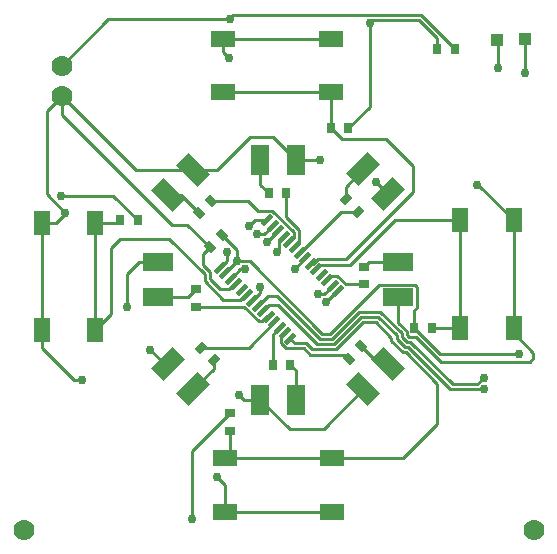
<source format=gtl>
G04*
G04 #@! TF.GenerationSoftware,Altium Limited,Altium Designer,18.1.9 (240)*
G04*
G04 Layer_Physical_Order=1*
G04 Layer_Color=255*
%FSLAX24Y24*%
%MOIN*%
G70*
G01*
G75*
%ADD10C,0.0100*%
G04:AMPARAMS|DCode=21|XSize=27mil|YSize=35mil|CornerRadius=0mil|HoleSize=0mil|Usage=FLASHONLY|Rotation=225.000|XOffset=0mil|YOffset=0mil|HoleType=Round|Shape=Rectangle|*
%AMROTATEDRECTD21*
4,1,4,-0.0028,0.0219,0.0219,-0.0028,0.0028,-0.0219,-0.0219,0.0028,-0.0028,0.0219,0.0*
%
%ADD21ROTATEDRECTD21*%

%ADD22R,0.0270X0.0350*%
%ADD23R,0.0830X0.0550*%
G04:AMPARAMS|DCode=24|XSize=15.7mil|YSize=43.3mil|CornerRadius=0mil|HoleSize=0mil|Usage=FLASHONLY|Rotation=315.000|XOffset=0mil|YOffset=0mil|HoleType=Round|Shape=Rectangle|*
%AMROTATEDRECTD24*
4,1,4,-0.0209,-0.0097,0.0097,0.0209,0.0209,0.0097,-0.0097,-0.0209,-0.0209,-0.0097,0.0*
%
%ADD24ROTATEDRECTD24*%

%ADD25R,0.0550X0.0830*%
%ADD26R,0.0350X0.0270*%
G04:AMPARAMS|DCode=27|XSize=102mil|YSize=59mil|CornerRadius=0mil|HoleSize=0mil|Usage=FLASHONLY|Rotation=315.000|XOffset=0mil|YOffset=0mil|HoleType=Round|Shape=Rectangle|*
%AMROTATEDRECTD27*
4,1,4,-0.0569,0.0152,-0.0152,0.0569,0.0569,-0.0152,0.0152,-0.0569,-0.0569,0.0152,0.0*
%
%ADD27ROTATEDRECTD27*%

%ADD28R,0.1020X0.0590*%
G04:AMPARAMS|DCode=29|XSize=102mil|YSize=59mil|CornerRadius=0mil|HoleSize=0mil|Usage=FLASHONLY|Rotation=45.000|XOffset=0mil|YOffset=0mil|HoleType=Round|Shape=Rectangle|*
%AMROTATEDRECTD29*
4,1,4,-0.0152,-0.0569,-0.0569,-0.0152,0.0152,0.0569,0.0569,0.0152,-0.0152,-0.0569,0.0*
%
%ADD29ROTATEDRECTD29*%

G04:AMPARAMS|DCode=30|XSize=27mil|YSize=35mil|CornerRadius=0mil|HoleSize=0mil|Usage=FLASHONLY|Rotation=315.000|XOffset=0mil|YOffset=0mil|HoleType=Round|Shape=Rectangle|*
%AMROTATEDRECTD30*
4,1,4,-0.0219,-0.0028,0.0028,0.0219,0.0219,0.0028,-0.0028,-0.0219,-0.0219,-0.0028,0.0*
%
%ADD30ROTATEDRECTD30*%

%ADD31R,0.0590X0.1020*%
%ADD32R,0.0400X0.0400*%
%ADD33R,0.0400X0.0400*%
%ADD34C,0.0700*%
%ADD35C,0.0300*%
D10*
X1310Y-610D02*
X1523D01*
X2371Y351D02*
X3860Y1840D01*
X1941Y-11D02*
X2230Y-300D01*
X1760Y-11D02*
X1941D01*
X1398Y351D02*
X2371D01*
X2240Y532D02*
X4490Y2782D01*
X1298Y532D02*
X2240D01*
X-356Y-680D02*
X-60D01*
X-698Y-1022D02*
X-356Y-680D01*
X-970Y470D02*
X1450Y-1950D01*
X-60Y-680D02*
X1380Y-2120D01*
X-314Y-1000D02*
X-30D01*
X-517Y-1203D02*
X-314Y-1000D01*
X-1122Y198D02*
X-1120Y200D01*
X-30Y-1000D02*
X1270Y-2300D01*
X-620Y-582D02*
Y-410D01*
X-879Y-841D02*
X-620Y-582D01*
X-630Y-400D02*
X-620Y-410D01*
X1523Y-610D02*
X1793Y-340D01*
X-990Y1640D02*
Y1650D01*
X-390Y1100D02*
X-386D01*
X-1740Y790D02*
X-1730Y780D01*
Y480D02*
Y780D01*
X-720Y1370D02*
X-478D01*
X-70Y790D02*
X17Y877D01*
X2100Y4550D02*
X3580D01*
X1740Y4910D02*
X2100Y4550D01*
X-7220Y5350D02*
Y5990D01*
Y5350D02*
X-3560Y1690D01*
X-3050D01*
X-2300Y940D01*
X-2525Y715D02*
X-2300Y940D01*
X-2525Y335D02*
Y715D01*
Y335D02*
X-2294Y104D01*
X-1503Y-298D02*
X-1422D01*
X-1651Y-446D02*
X-1503Y-298D01*
X-1974Y-446D02*
X-1651D01*
X-2294Y-126D02*
X-1974Y-446D01*
X-2294Y-126D02*
Y104D01*
X-1380Y468D02*
Y840D01*
X-1890Y1350D02*
X-1380Y840D01*
X-7740Y5470D02*
X-7220Y5990D01*
X-7740Y2700D02*
Y5470D01*
Y2700D02*
X-7120Y2080D01*
X-7895Y1760D02*
X-7420D01*
X-1853Y-808D02*
X-1289D01*
X-2464Y-197D02*
X-1853Y-808D01*
X-2464Y-197D02*
Y34D01*
X-3650Y1220D02*
X-2464Y34D01*
X570Y3840D02*
X580Y3850D01*
X1370D01*
X3230Y3100D02*
X3240D01*
X3640Y2700D01*
X6610Y3020D02*
X6645D01*
X7825Y1840D01*
X-5060Y-1040D02*
Y40D01*
X-4650Y450D01*
X-6840Y-3480D02*
X-6560D01*
X-7895Y-2425D02*
X-6840Y-3480D01*
X-4290Y-2480D02*
X-3800Y-2970D01*
X-3690D01*
X-1310Y-4000D02*
X-1170Y-4140D01*
X-610D01*
X-2050Y-6730D02*
X-1790Y-6990D01*
Y-7875D02*
Y-6990D01*
X2200Y-2640D02*
X2335Y-2775D01*
X1030Y-2640D02*
X2200D01*
X826Y-2436D02*
X1030Y-2640D01*
X7825Y-1925D02*
Y-1740D01*
Y-1925D02*
X8480Y-2580D01*
Y-2770D02*
Y-2580D01*
X8360Y-2890D02*
X8480Y-2770D01*
X1790Y-6105D02*
X4125D01*
X5290Y-4940D01*
Y-3610D01*
X4235Y-2555D02*
X5290Y-3610D01*
X240Y-2436D02*
X826D01*
X-7895Y-2425D02*
Y-1820D01*
X-4650Y450D02*
X-4020D01*
X-5290Y1220D02*
X-3650D01*
X-5590Y920D02*
X-5290Y1220D01*
X-5590Y-1285D02*
Y920D01*
X-6125Y-1820D02*
X-5590Y-1285D01*
X-7220Y5990D02*
X-4750Y3520D01*
X-5510Y2660D02*
X-4700Y1850D01*
X-7270Y2660D02*
X-5510D01*
X-200Y4610D02*
X570Y3840D01*
X-970Y4610D02*
X-200D01*
X-2060Y3520D02*
X-970Y4610D01*
X-2860Y3520D02*
X-2060D01*
X3580Y4550D02*
X4490Y3640D01*
Y2782D02*
Y3640D01*
X-1965Y245D02*
X-1730Y480D01*
X59Y-2075D02*
X207Y-1927D01*
X59Y-2255D02*
Y-2075D01*
X346Y1108D02*
X494Y1256D01*
Y1436D01*
X527Y927D02*
X675Y1075D01*
Y1495D01*
X1070Y384D02*
X1151D01*
X1298Y532D01*
X1251Y203D02*
X1398Y351D01*
X1613Y-159D02*
X1760Y-11D01*
X-5680Y8530D02*
X-1620D01*
X-7220Y6990D02*
X-5680Y8530D01*
X-7120Y2060D02*
Y2080D01*
X-7420Y1760D02*
X-7120Y2060D01*
X-1380Y468D02*
X-1378Y470D01*
X-970D01*
X1450Y-1950D02*
X1700D01*
X3335Y-315D01*
X4540D01*
X4610Y-385D01*
Y-1075D02*
Y-385D01*
X4520Y-1165D02*
X4610Y-1075D01*
X4520Y-1750D02*
Y-1165D01*
X-7895Y-1820D02*
Y1760D01*
X5420Y-2890D02*
X8360D01*
X4575Y-2045D02*
X5420Y-2890D01*
X4335Y-2045D02*
X4575D01*
X4265Y-1975D02*
X4335Y-2045D01*
X4265Y-1975D02*
Y-1864D01*
X3980Y-1579D02*
X4265Y-1864D01*
X3980Y-1579D02*
Y-730D01*
X4376Y-2215D02*
X5791Y-3630D01*
X3386Y-1226D02*
X4095Y-1934D01*
X4124Y-2555D02*
X4235D01*
X3755Y-2186D02*
X4124Y-2555D01*
X3755Y-2186D02*
Y-2075D01*
X3246Y-1566D02*
X3755Y-2075D01*
X4305Y-2385D02*
X5720Y-3800D01*
X4194Y-2385D02*
X4305D01*
X3925Y-2116D02*
X4194Y-2385D01*
X3925Y-2116D02*
Y-2005D01*
X3316Y-1396D02*
X3925Y-2005D01*
X4265Y-2215D02*
X4376D01*
X4095Y-2045D02*
X4265Y-2215D01*
X4095Y-2045D02*
Y-1934D01*
X3030Y8400D02*
X3080Y8350D01*
X3030Y8400D02*
X3140Y8510D01*
X4680D01*
X5290Y7900D01*
Y7560D02*
Y7900D01*
X-1620Y8530D02*
Y8570D01*
X-1510Y8680D01*
X4750D01*
X5870Y7560D01*
X2679Y-1226D02*
X3386D01*
X2750Y-1396D02*
X3316D01*
X2820Y-1566D02*
X3246D01*
X6828Y-3420D02*
X6830D01*
X6618Y-3630D02*
X6828Y-3420D01*
X5791Y-3630D02*
X6618D01*
X5720Y-3800D02*
X6830D01*
X7295Y7875D02*
X7300Y7880D01*
X7295Y6925D02*
Y7875D01*
X8200D02*
X8210Y7885D01*
X8200Y6750D02*
Y7875D01*
X1785Y-2120D02*
X2679Y-1226D01*
X1380Y-2120D02*
X1785D01*
X1845Y-2300D02*
X2750Y-1396D01*
X1270Y-2300D02*
X1845D01*
X-478Y1370D02*
X-197Y1651D01*
X17Y877D02*
Y1141D01*
X-386Y1100D02*
X-16Y1470D01*
X-1784Y64D02*
X-1380Y468D01*
X-1288Y198D02*
X-1122D01*
X-1603Y-117D02*
X-1288Y198D01*
X-1850Y7430D02*
Y7885D01*
Y7430D02*
X-1660Y7240D01*
X1583Y-880D02*
X1942Y-521D01*
X1974D01*
X1583Y-880D02*
Y-847D01*
X1620Y-810D01*
X527Y203D02*
X889Y565D01*
X17Y1141D02*
X165Y1289D01*
X-990Y1650D02*
X-808Y1832D01*
X-378D01*
X-1603Y-117D02*
X-1561D01*
X-698Y-1022D02*
X-678D01*
X-1784Y64D02*
X-1764D01*
X-4750Y3520D02*
X-2860D01*
X-610Y-4140D02*
X370Y-5120D01*
X1500D01*
X2820Y-3800D01*
X-2900Y-5860D02*
X-1640Y-4600D01*
X-2900Y-8120D02*
Y-5860D01*
X5390Y-2620D02*
X8020D01*
X4520Y-1750D02*
X5390Y-2620D01*
X3030Y5620D02*
Y8400D01*
X2320Y4910D02*
X3030Y5620D01*
X3860Y1840D02*
X6055D01*
X-1141Y-660D02*
X-1060D01*
X-1289Y-808D02*
X-1141Y-660D01*
X896Y-2266D02*
X1100Y-2470D01*
X546Y-2266D02*
X896D01*
X388Y-2108D02*
X546Y-2266D01*
X3346Y-2966D02*
X3654D01*
X2745Y-2365D02*
X3346Y-2966D01*
X1916Y-2470D02*
X2820Y-1566D01*
X1100Y-2470D02*
X1916D01*
X59Y-2255D02*
X240Y-2436D01*
X-190Y-2990D02*
Y-1961D01*
X26Y-1746D01*
X5100Y-1750D02*
X5110Y-1740D01*
X6055D01*
X7825D02*
Y1840D01*
X6055Y-1740D02*
Y1840D01*
X1730Y4920D02*
X1740Y4910D01*
X1730Y4920D02*
Y6115D01*
X-1850D02*
X1730D01*
X-1850Y7885D02*
X1730D01*
X-5370Y1760D02*
X-5280Y1850D01*
X-6125Y1760D02*
X-5370D01*
X-6125Y-1820D02*
Y1760D01*
X-1790Y-6105D02*
X-1640Y-5955D01*
Y-5180D01*
X-1790Y-6105D02*
X1790D01*
X-1790Y-7875D02*
X1790D01*
X240Y1930D02*
X675Y1495D01*
X240Y1930D02*
Y2730D01*
X-610Y3000D02*
X-340Y2730D01*
X-610Y3000D02*
Y3840D01*
X-231Y2160D02*
X494Y1436D01*
X-707Y2160D02*
X-231D01*
X-1036Y2490D02*
X-707Y2160D01*
X-2250Y2490D02*
X-1036D01*
X-3266Y2686D02*
X-2660Y2080D01*
X-3694Y2686D02*
X-3266D01*
X-565Y-1532D02*
X-377Y-1343D01*
X-377D02*
X-336Y-1384D01*
X-377Y-1343D02*
X-377D01*
X-664Y-1532D02*
X-565D01*
X-1156Y-1040D02*
X-664Y-1532D01*
X-2760Y-1040D02*
X-1156D01*
X-3030Y-730D02*
X-2760Y-460D01*
X-4020Y-730D02*
X-3030D01*
X-1005Y-2415D02*
X-155Y-1565D01*
X-2585Y-2415D02*
X-1005D01*
X-2175Y-3124D02*
Y-2825D01*
X-2856Y-3804D02*
X-2175Y-3124D01*
X390Y-2990D02*
X570Y-3170D01*
Y-4140D02*
Y-3170D01*
X2230Y-300D02*
X2830D01*
X2830Y280D02*
X3000Y450D01*
X3980D01*
X2230Y2959D02*
X2806Y3534D01*
X2230Y2530D02*
Y2959D01*
X708Y746D02*
X2082Y2120D01*
X2640D01*
X3810Y280D02*
X3980Y450D01*
X2335Y-2775D02*
Y-2695D01*
X390Y-3960D02*
X570Y-4140D01*
D21*
X-1890Y1350D02*
D03*
X-2300Y940D02*
D03*
X-2250Y2490D02*
D03*
X-2660Y2080D02*
D03*
X2335Y-2775D02*
D03*
X2745Y-2365D02*
D03*
D22*
X5290Y7560D02*
D03*
X5870Y7560D02*
D03*
X-5280Y1850D02*
D03*
X-4700Y1850D02*
D03*
X1740Y4910D02*
D03*
X2320Y4910D02*
D03*
X5100Y-1750D02*
D03*
X4520Y-1750D02*
D03*
X-190Y-2990D02*
D03*
X390Y-2990D02*
D03*
X240Y2730D02*
D03*
X-340Y2730D02*
D03*
D23*
X1730Y6115D02*
D03*
X-1850D02*
D03*
X1730Y7885D02*
D03*
X-1850D02*
D03*
X-1790Y-6105D02*
D03*
X1790D02*
D03*
X-1790Y-7875D02*
D03*
X1790D02*
D03*
D24*
X-1784Y64D02*
D03*
X-1603Y-117D02*
D03*
X-1422Y-298D02*
D03*
X-1241Y-479D02*
D03*
X-1060Y-660D02*
D03*
X-879Y-841D02*
D03*
X-698Y-1022D02*
D03*
X-517Y-1203D02*
D03*
X-336Y-1384D02*
D03*
X-155Y-1565D02*
D03*
X26Y-1746D02*
D03*
X207Y-1927D02*
D03*
X388Y-2108D02*
D03*
X-1965Y245D02*
D03*
X-378Y1832D02*
D03*
D03*
X-197Y1651D02*
D03*
X-16Y1470D02*
D03*
X165Y1289D02*
D03*
X346Y1108D02*
D03*
X527Y927D02*
D03*
X708Y746D02*
D03*
X889Y565D02*
D03*
X1070Y384D02*
D03*
X1251Y203D02*
D03*
X1432Y22D02*
D03*
X1613Y-159D02*
D03*
X1793Y-340D02*
D03*
X1974Y-521D02*
D03*
D25*
X6055Y-1740D02*
D03*
Y1840D02*
D03*
X7825Y-1740D02*
D03*
Y1840D02*
D03*
X-6125Y1760D02*
D03*
Y-1820D02*
D03*
X-7895Y1760D02*
D03*
Y-1820D02*
D03*
D26*
X-1640Y-5180D02*
D03*
X-1640Y-4600D02*
D03*
X-2760Y-1040D02*
D03*
X-2760Y-460D02*
D03*
X2830Y-300D02*
D03*
X2830Y280D02*
D03*
D27*
X-2860Y3520D02*
D03*
X-3694Y2686D02*
D03*
X2820Y-3800D02*
D03*
X3654Y-2966D02*
D03*
D28*
X-4020Y450D02*
D03*
Y-730D02*
D03*
X3980D02*
D03*
Y450D02*
D03*
D29*
X-3690Y-2970D02*
D03*
X-2856Y-3804D02*
D03*
X3640Y2700D02*
D03*
X2806Y3534D02*
D03*
D30*
X-2585Y-2415D02*
D03*
X-2175Y-2825D02*
D03*
X2640Y2120D02*
D03*
X2230Y2530D02*
D03*
D31*
X570Y3840D02*
D03*
X-610D02*
D03*
Y-4140D02*
D03*
X570D02*
D03*
D32*
X7260Y7860D02*
D03*
D33*
X8210Y7885D02*
D03*
D34*
X-7220Y6990D02*
D03*
Y5990D02*
D03*
X8500Y-8500D02*
D03*
X-8500D02*
D03*
D35*
X1310Y-610D02*
D03*
X-1120Y200D02*
D03*
X-630Y-400D02*
D03*
X-990Y1640D02*
D03*
X-390Y1100D02*
D03*
X-1730Y780D02*
D03*
X-720Y1370D02*
D03*
X-70Y790D02*
D03*
X3230Y3100D02*
D03*
X1370Y3850D02*
D03*
X6610Y3020D02*
D03*
X-5060Y-1040D02*
D03*
X-6560Y-3480D02*
D03*
X-4290Y-2480D02*
D03*
X-1310Y-4000D02*
D03*
X-2050Y-6730D02*
D03*
X-7120Y2080D02*
D03*
X-1620Y8530D02*
D03*
X6830Y-3420D02*
D03*
Y-3800D02*
D03*
X7295Y6925D02*
D03*
X8200Y6750D02*
D03*
X-1380Y468D02*
D03*
X-1660Y7240D02*
D03*
X1583Y-880D02*
D03*
X527Y203D02*
D03*
X-2900Y-8120D02*
D03*
X8020Y-2620D02*
D03*
X-7270Y2660D02*
D03*
X3030Y8400D02*
D03*
M02*

</source>
